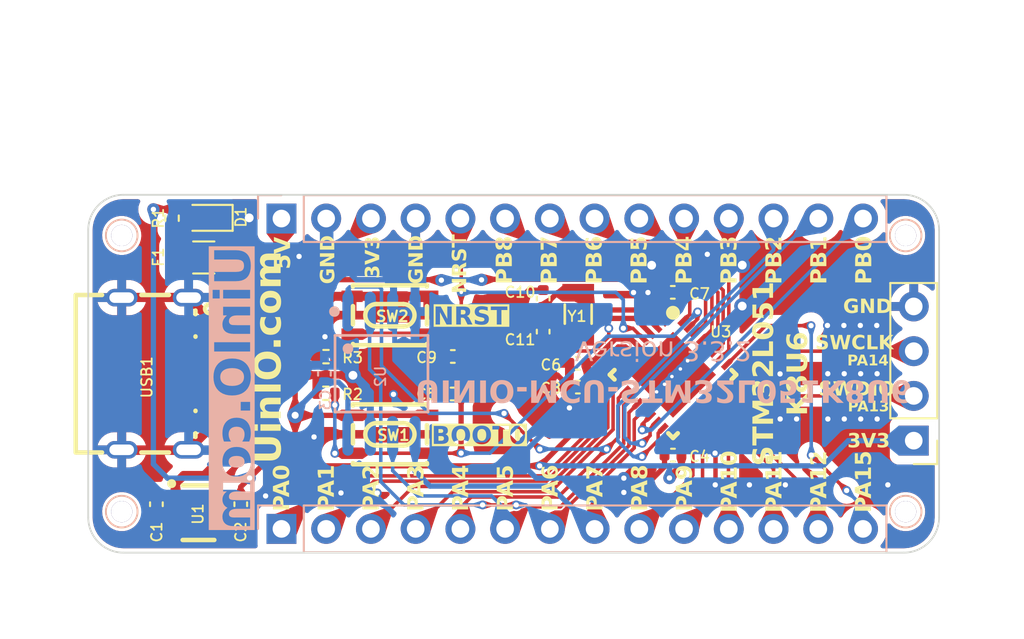
<source format=kicad_pcb>
(kicad_pcb (version 20221018) (generator pcbnew)
  (title_block (title "UINIO-MCU-STM32L051K8U6") (date "2024-04-18") (rev "Version 3.3.2") (company "UinIO.com 电子技术实验室"))
  (layers (0 "F.Cu" signal) (31 "B.Cu" signal) (34 "B.Paste" user) (35 "F.Paste" user) (36 "B.SilkS" user "B.Silkscreen") (37 "F.SilkS" user "F.Silkscreen") (38 "B.Mask" user) (39 "F.Mask" user) (44 "Edge.Cuts" user))
  (net 0 "")
  (net 1 "GND")
  (net 2 "/VDD_5V")
  (net 3 "/VDD_3.3V")
  (net 4 "/BOOT0")
  (net 5 "/NRST")
  (net 6 "Net-(U3-PC14-OSC_IN)")
  (net 7 "Net-(U3-PC15-OSC_OUT)")
  (net 8 "/PA0")
  (net 9 "/PA1")
  (net 10 "/PA2")
  (net 11 "/PA3")
  (net 12 "/PA4{slash}CS")
  (net 13 "/PA5{slash}SCLK")
  (net 14 "/PA6{slash}MISO")
  (net 15 "/PA7{slash}MOSI")
  (net 16 "/PA8")
  (net 17 "/PA9")
  (net 18 "/PA10")
  (net 19 "/PA15")
  (net 20 "/PA13{slash}SWDIO")
  (net 21 "/PA14{slash}SWCLK")
  (net 22 "/PB0")
  (net 23 "/PB1")
  (net 24 "/PB2")
  (net 25 "/PB3")
  (net 26 "/PB4")
  (net 27 "/PB5")
  (net 28 "/PB6")
  (net 29 "/PB7")
  (net 30 "/PB8")
  (net 31 "Net-(D1-A)")
  (net 34 "Net-(F1-Pad1)")
  (net 35 "/PA11")
  (net 36 "/PA12")
  (footprint "Resistor_SMD:R_0402_1005Metric" (layer "F.Cu") (at 139.12 102.74)
    (fp_text reference "R3")
    (fp_text value "10K")
  )
  (footprint "Capacitor_SMD:C_0402_1005Metric" (layer "F.Cu") (at 146.31 104.86)
    (fp_text reference "C5")
    (fp_text value "0.1uF")
  )
  (footprint "Fuse:Fuse_1206_3216Metric" (layer "F.Cu") (at 132.18 97.11)
    (fp_text reference "F1")
    (fp_text value "Polyfuse")
  )
  (footprint "Uinio:Hole-1mm" (layer "F.Cu") (at 127.52 95.86 180)
    (fp_text reference "Hole3" hide)
    (fp_text value "Hole-1mm")
  )
  (footprint "Capacitor_SMD:C_0402_1005Metric" (layer "F.Cu") (at 158.82 108.33 180)
    (fp_text reference "C4")
    (fp_text value "0.1uF")
  )
  (footprint "Uinio:UFQFPN-32_L5.0-W5.0-P0.50-BL-EP" (layer "F.Cu") (at 158.822853 103.767276 -135)
    (fp_text reference "U3")
    (fp_text value "STM32L051K8U6")
  )
  (footprint "Resistor_SMD:R_0402_1005Metric" (layer "F.Cu") (at 130.38 94.88 90)
    (fp_text reference "R1")
    (fp_text value "1K")
  )
  (footprint "Uinio:Hole-1mm" (layer "F.Cu") (at 172.03 111.54 180)
    (fp_text reference "Hole1" hide)
    (fp_text value "Hole-1mm")
  )
  (footprint "Connector_PinHeader_2.54mm:PinHeader_1x04_P2.54mm_Vertical" (layer "F.Cu") (at 172.49 107.51 180)
    (fp_text reference "J3" hide)
    (fp_text value "Conn_01x04_Pin")
  )
  (footprint "Capacitor_SMD:C_0402_1005Metric" (layer "F.Cu") (at 153.42 104.47)
    (fp_text reference "C8")
    (fp_text value "1uF")
  )
  (footprint "Capacitor_SMD:C_0402_1005Metric" (layer "F.Cu") (at 158.81 99.09 180)
    (fp_text reference "C7")
    (fp_text value "0.1uF")
  )
  (footprint "Uinio:USB-TYPEC-250-BRP6L68" (layer "F.Cu") (at 129.92 103.71 -90)
    (fp_text reference "USB1")
    (fp_text value "USB_Type_C_6Pin")
  )
  (footprint "Capacitor_SMD:C_0402_1005Metric" (layer "F.Cu") (at 146.32 102.73 180)
    (fp_text reference "C9")
    (fp_text value "0.1uF")
  )
  (footprint "Uinio:Hole-1mm" (layer "F.Cu") (at 172.03 95.86 180)
    (fp_text reference "Hole2" hide)
    (fp_text value "Hole-1mm")
  )
  (footprint "Uinio:KEY-SMD_4P-L4.2-W3.4-P2.15-LS4.7" (layer "F.Cu") (at 142.75 100.39)
    (fp_text reference "SW2")
    (fp_text value "复位按键\n")
  )
  (footprint "Resistor_SMD:R_0402_1005Metric" (layer "F.Cu") (at 139.11 104.82)
    (fp_text reference "R2")
    (fp_text value "10K")
  )
  (footprint "LED_SMD:LED_0603_1608Metric" (layer "F.Cu") (at 132.335 94.86 180)
    (fp_text reference "D1")
    (fp_text value "Red LED")
  )
  (footprint "Capacitor_SMD:C_0402_1005Metric" (layer "F.Cu") (at 134.28 111.12 90)
    (fp_text reference "C2")
    (fp_text value "1uF")
  )
  (footprint "Capacitor_SMD:C_0402_1005Metric" (layer "F.Cu") (at 153.42 103.12)
    (fp_text reference "C6")
    (fp_text value "0.1uF")
  )
  (footprint "Capacitor_SMD:C_0402_1005Metric" (layer "F.Cu") (at 151.45 101.32 90)
    (fp_text reference "C11")
    (fp_text value "6pF")
  )
  (footprint "Capacitor_SMD:C_0402_1005Metric" (layer "F.Cu") (at 151.45 99.44 -90)
    (fp_text reference "C10")
    (fp_text value "6pF")
  )
  (footprint "Capacitor_SMD:C_0402_1005Metric" (layer "F.Cu") (at 129.49 111.12 90)
    (fp_text reference "C1")
    (fp_text value "1uF")
  )
  (footprint "Uinio:Hole-1mm" (layer "F.Cu") (at 127.52 111.54 180)
    (fp_text reference "Hole4" hide)
    (fp_text value "Hole-1mm")
  )
  (footprint "Uinio:CRYSTAL-FC135-32.768" (layer "F.Cu") (at 153.44 100.36 90)
    (fp_text reference "Y1")
    (fp_text value "Crystal-FC135-32.768")
  )
  (footprint "Uinio:KEY-SMD_4P-L4.2-W3.4-P2.15-LS4.7" (layer "F.Cu") (at 142.75 107.15)
    (fp_text reference "SW1")
    (fp_text value "Boot选择按键\n")
  )
  (footprint "Uinio:SOT-23-5_L3.0-W1.7-P0.95-LS2.8-BR" (layer "F.Cu") (at 131.88 111.6 180)
    (fp_text reference "U1")
    (fp_text value "ME6211")
  )
  (footprint "Connector_PinHeader_2.54mm:PinHeader_1x14_P2.54mm_Vertical" (layer "B.Cu") (at 136.59 94.9 -90)
    (fp_text reference "J2" hide)
    (fp_text value "Conn_01x14_Pin")
  )
  (footprint "Uinio:SOIC-8_L5.3-W5.3-P1.27-LS8.0-BL" (layer "B.Cu") (at 142.27 103.71)
    (fp_text reference "U2")
    (fp_text value "W25Q128JVSSIQ")
  )
  (footprint "Capacitor_SMD:C_0402_1005Metric" (layer "B.Cu") (at 139.03 103.71 -90)
    (fp_text reference "C3")
    (fp_text value "0.1uF")
  )
  (footprint "Connector_PinHeader_2.54mm:PinHeader_1x14_P2.54mm_Vertical" (layer "B.Cu") (at 136.59 112.52 -90)
    (fp_text reference "J1" hide)
    (fp_text value "Conn_01x14_Pin")
  )
  (gr_arc (start 173.93 111.87) (mid 173.344214 113.284214) (end 171.93 113.87) (stroke (width 0.1)) (layer "Edge.Cuts"))
  (gr_arc (start 127.62 113.87) (mid 126.205786 113.284214) (end 125.62 111.87) (stroke (width 0.1)) (layer "Edge.Cuts"))
  (gr_arc (start 125.62 95.55) (mid 126.205786 94.135786) (end 127.62 93.55) (stroke (width 0.1)) (layer "Edge.Cuts"))
  (gr_line (start 173.93 95.55) (end 173.93 111.87) (stroke (width 0.1)) (layer "Edge.Cuts"))
  (gr_line (start 171.93 113.87) (end 127.62 113.87) (stroke (width 0.1)) (layer "Edge.Cuts"))
  (gr_line (start 127.62 93.55) (end 171.93 93.55) (stroke (width 0.1)) (layer "Edge.Cuts"))
  (gr_line (start 125.62 111.87) (end 125.62 95.55) (stroke (width 0.1)) (layer "Edge.Cuts"))
  (gr_arc (start 171.93 93.55) (mid 173.344214 94.135786) (end 173.93 95.55) (stroke (width 0.1)) (layer "Edge.Cuts"))
  (gr_text "UinIO.com" (at 135.15 96.441333 90) (layer "B.SilkS" knockout) (effects (font (size 2 2) (thickness 0.3) bold) (justify left bottom mirror)))
  (gr_text "UINIO-MCU-STM32L051K8U6" (at 158.28 104.61 180) (layer "B.SilkS") (effects (font (size 1.25 1.25) (thickness 0.2) bold) (justify mirror)))
  (gr_text "Version 3.3.2" (at 158.28 102.33 180) (layer "B.SilkS") (effects (font (size 1.1 1.1) (thickness 0.125)) (justify mirror)))
  (gr_text "PB6" (at 154.39891 97.260663 90) (layer "F.SilkS") (effects (font (size 0.9 0.9) (thickness 0.15) bold)))
  (gr_text "3V3" (at 169.93 107.56) (layer "F.SilkS") (effects (font (size 0.8 0.8) (thickness 0.1) bold)))
  (gr_text "PA4" (at 146.816152 110.2 90) (layer "F.SilkS") (effects (font (size 0.9 0.9) (thickness 0.15) bold)))
  (gr_text "GND" (at 169.87 99.93) (layer "F.SilkS") (effects (font (size 0.8 0.8) (thickness 0.1) bold)))
  (gr_text "PA0" (at 136.65 110.2 90) (layer "F.SilkS") (effects (font (size 0.9 0.9) (thickness 0.15) bold)))
  (gr_text "PA1" (at 139.191538 110.2 90) (layer "F.SilkS") (effects (font (size 0.9 0.9) (thickness 0.15) bold)))
  (gr_text "PA15" (at 169.69 109.838618 90) (layer "F.SilkS") (effects (font (size 0.9 0.9) (thickness 0.15) bold)))
  (gr_text "NRST" (at 146.745289 97.48 90) (layer "F.SilkS") (effects (font (size 0.8 0.8) (thickness 0.15) bold)))
  (gr_text "PA3" (at 144.274614 110.2 90) (layer "F.SilkS") (effects (font (size 0.9 0.9) (thickness 0.15) bold)))
  (gr_text "GND" (at 144.27693 97.231549 90) (layer "F.SilkS") (effects (font (size 0.8 0.8) (thickness 0.15) bold)))
  (gr_text "SWDIO" (at 169.25 104.62) (layer "F.SilkS") (effects (font (size 0.8 0.8) (thickness 0.1) bold)))
  (gr_text "PB1" (at 167.154945 97.260663 90) (layer "F.SilkS") (effects (font (size 0.9 0.9) (thickness 0.15) bold)))
  (gr_text "PA6" (at 151.899228 110.2 90) (layer "F.SilkS") (effects (font (size 0.9 0.9) (thickness 0.15) bold)))
  (gr_text "PB8\n" (at 149.296496 97.260663 90) (layer "F.SilkS") (effects (font (size 0.9 0.9) (thickness 0.15) bold)))
  (gr_text "PB2" (at 164.603738 97.260663 90) (layer "F.SilkS") (effects (font (size 0.9 0.9) (thickness 0.15) bold)))
  (gr_text "STM32L051\nK8U6" (at 164.99 103.71 90) (layer "F.SilkS") (effects (font (size 1.15 1.15) (thickness 0.2) bold)))
  (gr_text "5V" (at 136.706156 96.86455 90) (layer "F.SilkS") (effects (font (size 0.9 0.9) (thickness 0.15) bold)))
  (gr_text "NRST" (at 147.32 100.5) (layer "F.SilkS" knockout) (effects (font (size 1 1) (thickness 0.15) bold)))
  (gr_text "PA2" (at 141.733076 110.2 90) (layer "F.SilkS") (effects (font (size 0.9 0.9) (thickness 0.15) bold)))
  (gr_text "PA7" (at 154.440766 110.2 90) (layer "F.SilkS") (effects (font (size 0.9 0.9) (thickness 0.15) bold)))
  (gr_text "PB7" (at 151.847703 97.260663 90) (layer "F.SilkS") (effects (font (size 0.9 0.9) (thickness 0.15) bold)))
  (gr_text "3V3" (at 141.80857 97.099853 90) (layer "F.SilkS") (effects (font (size 0.8 0.8) (thickness 0.15) bold)))
  (gr_text "PA9" (at 159.523842 110.2 90) (layer "F.SilkS") (effects (font (size 0.9 0.9) (thickness 0.15) bold)))
  (gr_text "PB0" (at 169.706156 97.260663 90) (layer "F.SilkS") (effects (font (size 0.9 0.9) (thickness 0.15) bold)))
  (gr_text "PA11" (at 164.606918 109.838618 90) (layer "F.SilkS") (effects (font (size 0.9 0.9) (thickness 0.15) bold)))
  (gr_text "PA5" (at 149.35769 110.2 90) (layer "F.SilkS") (effects (font (size 0.9 0.9) (thickness 0.15) bold)))
  (gr_text "PA12" (at 167.148456 109.838618 90) (layer "F.SilkS") (effects (font (size 0.9 0.9) (thickness 0.15) bold)))
  (gr_text "PA13" (at 169.92 105.6) (layer "F.SilkS") (effects (font (size 0.6 0.6) (thickness 0.1) bold)))
  (gr_text "SWCLK" (at 169.12 101.99) (layer "F.SilkS") (effects (font (size 0.8 0.8) (thickness 0.1) bold)))
  (gr_text "PB3" (at 162.052531 97.260663 90) (layer "F.SilkS") (effects (font (size 0.9 0.9) (thickness 0.15) bold)))
  (gr_text "PB4" (at 159.501324 97.260663 90) (layer "F.SilkS") (effects (font (size 0.9 0.9) (thickness 0.15) bold)))
  (gr_text "BOOT0" (at 147.800523 107.28) (layer "F.SilkS" knockout) (effects (font (size 1 1) (thickness 0.15) bold)))
  (gr_text "PA8" (at 156.982304 110.2 90) (layer "F.SilkS") (effects (font (size 0.9 0.9) (thickness 0.15) bold)))
  (gr_text "PB5" (at 156.950117 97.260663 90) (layer "F.SilkS") (effects (font (size 0.9 0.9) (thickness 0.15) bold)))
  (gr_text "PA14" (at 169.89 102.99) (layer "F.SilkS") (effects (font (size 0.6 0.6) (thickness 0.1) bold)))
  (gr_text "GND" (at 139.257363 97.231549 90) (layer "F.SilkS") (effects (font (size 0.8 0.8) (thickness 0.15) bold)))
  (gr_text "UinIO.com" (at 136.8 108.83 90) (layer "F.SilkS") (effects (font (size 1.5 1.5) (thickness 0.3) bold) (justify left bottom)))
  (gr_text "PA10" (at 162.06538 109.838618 90) (layer "F.SilkS") (effects (font (size 0.9 0.9) (thickness 0.15) bold)))
  (segment (start 140.65 103.8) (end 145.75 103.8) (width 0.3) (layer "F.Cu") (net 1))
  (segment (start 152.07 102.42) (end 151.45 101.8) (width 0.2) (layer "F.Cu") (net 1))
  (segment (start 129.5 112.94) (end 129.5 111.61) (width 0.3) (layer "F.Cu") (net 1))
  (segment (start 138.6 104.28) (end 139.08 103.8) (width 0.3) (layer "F.Cu") (net 1))
  (segment (start 151.45 103.79) (end 150.18 103.79) (width 0.3) (layer "F.Cu") (net 1))
  (segment (start 132.32 100.4) (end 132.32 101) (width 0.5) (layer "F.Cu") (net 1))
  (segment (start 150.17 103.8) (end 145.75 103.8) (width 0.3) (layer "F.Cu") (net 1))
  (segment (start 157.69 109.64) (end 158.34 108.99) (width 0.3) (layer "F.Cu") (net 1))
  (segment (start 127.52 108.07) (end 127.52 99.43) (width 0.5) (layer "F.Cu") (net 1))
  (segment (start 155.174163 101.605837) (end 154.36 102.42) (width 0.2) (layer "F.Cu") (net 1))
  (segment (start 131.35 99.43) (end 132.32 100.4) (width 0.5) (layer "F.Cu") (net 1))
  (segment (start 155.174163 101.1305) (end 155.174163 101.605837) (width 0.2) (layer "F.Cu") (net 1))
  (segment (start 156.03 109.64) (end 157.69 109.64) (width 0.3) (layer "F.Cu") (net 1))
  (segment (start 132.32 107.02) (end 131.32 108.02) (width 0.5) (layer "F.Cu") (net 1))
  (segment (start 145.83 103.78) (end 145.83 104.86) (width 0.3) (layer "F.Cu") (net 1))
  (segment (start 129.63 99.37) (end 132.13 99.37) (width 0.5) (layer "F.Cu") (net 1))
  (segment (start 152.94 104.47) (end 152.26 103.79) (width 0.3) (layer "F.Cu") (net 1))
  (segment (start 157.61 97.55) (end 157.758541 97.55) (width 0.3) (layer "F.Cu") (net 1))
  (segment (start 139.05 101.6) (end 139.05 99.79) (width 0.5) (layer "F.Cu") (net 1))
  (segment (start 145.75 103.8) (end 145.8 103.75) (width 0.3) (layer "F.Cu") (net 1))
  (segment (start 134.76 94.86) (end 133.1225 94.86) (width 0.5) (layer "F.Cu") (net 1))
  (segment (start 145.8 103.75) (end 145.83 103.72) (width 0.3) (layer "F.Cu") (net 1))
  (segment (start 131.32 108.07) (end 127.52 108.07) (width 0.5) (layer "F.Cu") (net 1))
  (segment (start 140.6 99.315) (end 144.9 99.315) (width 0.5) (layer "F.Cu") (net 1))
  (segment (start 129.49 111.6) (end 130.58 111.6) (width 0.3) (layer "F.Cu") (net 1))
  (segment (start 139.06 101.61) (end 139.05 101.6) (width 0.5) (layer "F.Cu") (net 1))
  (segment (start 135.69 110.65) (end 134.75 111.59) (width 0.3) (layer "F.Cu") (net 1))
  (segment (start 134.28 111.6) (end 134.28 112.95) (width 0.3) (layer "F.Cu") (net 1))
  (segment (start 151.45 101.8) (end 150.59 101.8) (width 0.3) (layer "F.Cu") (net 1))
  (segment (start 152.94 104.47) (end 152.94 103.12) (width 0.3) (layer "F.Cu") (net 1))
  (segment (start 134.75 111.59) (end 134.21 111.59) (width 0.3) (layer "F.Cu") (net 1))
  (segment (start 129.99 113.43) (end 129.5 112.94) (width 0.3) (layer "F.Cu") (net 1))
  (segment (start 162.75 97.547204) (end 162.753602 97.543602) (width 0.3) (layer "F.Cu") (net 1))
  (segment (start 162.77 99.89) (end 172.49 99.89) (width 0.3) (layer "F.Cu") (net 1))
  (segment (start 152.26 103.79) (end 150.18 103.79) (width 0.3) (layer "F.Cu") (net 1))
  (segment (start 128.37 99.37) (end 129.63 99.37) (width 0.5) (layer "F.Cu") (net 1))
  (segment (start 150.29 99.31) (end 150.63 98.97) (width 0.3) (layer "F.Cu") (net 1))
  (segment (start 134.28 112.95) (end 133.8 113.43) (width 0.3) (layer "F.Cu") (net 1))
  (segment (start 145.8 103.75) (end 145.83 103.78) (width 0.3) (layer "F.Cu") (net 1))
  (segment (start 139.525 99.315) (end 140.6 99.315) (width 0.5) (layer "F.Cu") (net 1))
  (segment (start 151.45 101.8) (end 151.45 103.79) (width 0.3) (layer "F.Cu") (net 1))
  (segment (start 139.05 99.79) (end 139.525 99.315) (width 0.5) (layer "F.Cu") (net 1))
  (segment (start 145.83 103.72) (end 145.83 102.74) (width 0.3) (layer "F.Cu") (net 1))
  (segment (start 162.75 99.87) (end 162.75 97.547204) (width 0.3) (layer "F.Cu") (net 1))
  (segment (start 154.36 102.42) (end 152.07 102.42) (width 0.2) (layer "F.Cu") (net 1))
  (segment (start 139.08 103.8) (end 140.65 103.8) (width 0.3) (layer "F.Cu") (net 1))
  (segment (start 150.63 98.97) (end 151.44 98.97) (width 0.3) (layer "F.Cu") (net 1))
  (segment (start 152.94 105.65) (end 152.94 104.47) (width 0.3) (layer "F.Cu") (net 1))
  (segment (start 132.32 106.5) (end 132.32 107.02) (width 0.5) (layer "F.Cu") (net 1))
  (segment (start 138.6 104.82) (end 138.6 104.28) (width 0.3) (layer "F.Cu") (net 1))
  (segment (start 157.758541 97.55) (end 159.29 99.081459) (width 0.3) (layer "F.Cu") (net 1))
  (segment (start 162.75 99.87) (end 162.77 99.89) (width 0.3) (layer "F.Cu") (net 1))
  (segment (start 150.29 101.5) (end 150.29 99.31) (width 0.3) (layer "F.Cu") (net 1))
  (segment (start 150.59 101.8) (end 150.29 101.5) (width 0.3) (layer "F.Cu") (net 1))
  (segment (start 158.34 108.99) (end 158.34 108.33) (width 0.3) (layer "F.Cu") (net 1))
  (segment (start 133.8 113.43) (end 129.99 113.43) (width 0.3) (layer "F.Cu") (net 1))
  (segment (start 150.18 103.79) (end 150.17 103.8) (width 0.3) (layer "F.Cu") (net 1))
  (via (at 135.69 110.65) (size 0.7) (drill 0.3) (layers "F.Cu" "B.Cu") (remove_unused_layers) (zone_layer_connections "F.Cu" "B.Cu") (net 1))
  (via (at 142.03 110.48) (size 0.5) (drill 0.3) (layers "F.Cu" "B.Cu") (net 1))
  (via (at 164.9 103.72) (size 0.5) (drill 0.3) (layers "F.Cu" "B.Cu") (net 1))
  (via (at 156.03 109.64) (size 0.7) (drill 0.3) (layers "F.Cu" "B.Cu") (remove_unused_layers) (zone_layer_connections "F.Cu" "B.Cu") (net 1))
  (via (at 170.413334 106.28) (size 0.5) (drill 0.3) (layers "F.Cu" "B.Cu") (net 1))
  (via (at 167.61 103.71) (size 0.5) (drill 0.3) (layers "F.Cu" "B.Cu") (net 1))
  (via (at 165.2 110.02) (size 0.5) (drill 0.3) (layers "F.Cu" "B.Cu") (net 1))
  (via (at 168.543333 103.71) (size 0.5) (drill 0.3) (layers "F.Cu" "B.Cu") (net 1))
  (via (at 138.44 107.3) (size 0.5) (drill 0.3) (layers "F.Cu" "B.Cu") (net 1))
  (via (at 169.48 106.28) (size 0.5) (drill 0.3) (layers "F.Cu" "B.Cu") (net 1))
  (via (at 171.02 110.02) (size 0.5) (drill 0.3) (layers "F.Cu" "B.Cu") (net 1))
  (via (at 162.75 99.87) (size 0.9) (drill 0.5) (layers "F.Cu" "B.Cu") (remove_unused_layers) (zone_layer_connections "F.Cu" "B.Cu") (net 1))
  (via (at 140.65 103.8) (size 0.9) (drill 0.5) (layers "F.Cu" "B.Cu") (remove_unused_layers) (zone_layer_connections "F.Cu" "B.Cu") (net 1))
  (via (at 169.476666 103.71) (size 0.5) (drill 0.3) (layers "F.Cu" "B.Cu") (net 1))
  (via (at 155.174163 101.1305) (size 0.5) (drill 0.3) (layers "F.Cu" "B.Cu") (net 1))
  (via (at 167.613334 106.28) (size 0.5) (drill 0.3) (layers "F.Cu" "B.Cu") (net 1))
  (via (at 167.59 100.97) (size 0.5) (drill 0.3) (layers "F.Cu" "B.Cu") (net 1))
  (via (at 161.22 110.02) (size 0.5) (drill 0.3) (layers "F.Cu" "B.Cu") (net 1))
  (via (at 152.94 105.65) (size 0.7) (drill 0.3) (layers "F.Cu" "B.Cu") (remove_unused_layers) (zone_layer_connections "F.Cu" "B.Cu") (net 1))
  (via (at 156.58 99.1) (size 0.5) (drill 0.3) (layers "F.Cu" "B.Cu") (net 1))
  (via (at 165.84 106.28) (size 0.5) (drill 0.3) (layers "F.Cu" "B.Cu") (net 1))
  (via (at 164.906667 106.28) (size 0.5) (drill 0.3) (layers "F.Cu" "B.Cu") (net 1))
  (via (at 137.59 97.05) (size 0.5) (drill 0.3) (layers "F.Cu" "B.Cu") (net 1))
  (via (at 163.16 110.02) (size 0.5) (drill 0.3) (layers "F.Cu" "B.Cu") (net 1))
  (via (at 142.95 104.88) (size 0.5) (drill 0.3) (layers "F.Cu" "B.Cu") (net 1))
  (via (at 139.06 101.61) (size 0.7) (drill 0.3) (layers "F.Cu" "B.Cu") (net 1))
  (via (at 168.546667 106.28) (size 0.5) (drill 0.3) (layers "F.Cu" "B.Cu") (net 1))
  (via (at 134.76 94.86) (size 0.9) (drill 0.5) (layers "F.Cu" "B.Cu") (net 1))
  (via (at 170.39 100.97) (size 0.5) (drill 0.3) (layers "F.Cu" "B.Cu") (net 1))
  (via (at 158.34 104.31) (size 0.5) (drill 0.2) (layers "F.Cu" "B.Cu") (remove_unused_layers) (zone_layer_connections "F.Cu" "B.Cu") (net 1))
  (via (at 160.77 96.93) (size 0.5) (drill 0.3) (layers "F.Cu" "B.Cu") (net 1))
  (via (at 168.523333 100.97) (size 0.5) (drill 0.3) (layers "F.Cu" "B.Cu") (net 1))
  (via (at 169.456666 100.97) (size 0.5) (drill 0.3) (layers "F.Cu" "B.Cu") (net 1))
  (via (at 158.76 103.87) (size 0.5) (drill 0.2) (layers "F.Cu" "B.Cu") (remove_unused_layers) (zone_layer_connections "F.Cu" "B.Cu") (net 1))
  (via (at 159.65 102.98) (size 0.5) (drill 0.2) (layers "F.Cu" "B.Cu") (remove_unused_layers) (zone_layer_connections "F.Cu" "B.Cu") (net 1))
  (via (at 159.24 103.44) (size 0.5) (drill 0.2) (layers "F.Cu" "B.Cu") (remove_unused_layers) (zone_layer_connections "F.Cu" "B.Cu") (net 1))
  (via (at 170.41 103.71) (size 0.5) (drill 0.3) (layers "F.Cu" "B.Cu") (net 1))
  (via (at 157.61 97.55) (size 0.9) (drill 0.5) (layers "F.Cu" "B.Cu") (remove_unused_layers) (zone_layer_connections "F.Cu" "B.Cu") (net 1))
  (via (at 157.4 99.1) (size 0.5) (drill 0.3) (layers "F.Cu" "B.Cu") (net 1))
  (via (at 139.97 110.48) (size 0.5) (drill 0.3) (layers "F.Cu" "B.Cu") (net 1))
  (via (at 157.89 104.74) (size 0.5) (drill 0.2) (layers "F.Cu" "B.Cu") (remove_unused_layers) (zone_layer_connections "F.Cu" "B.Cu") (net 1))
  (via (at 156.03 110.45) (size 0.5) (drill 0.3) (layers "F.Cu" "B.Cu") (net 1))
  (via (at 162.753602 97.543602) (size 0.9) (drill 0.5) (layers "F.Cu" "B.Cu") (remove_unused_layers) (zone_layer_connections "F.Cu" "B.Cu") (net 1))
  (via (at 161.21 108.22) (size 0.5) (drill 0.3) (layers "F.Cu" "B.Cu") (net 1))
  (segment (start 139.39 96.92) (end 139.39 95.38) (width 0.3) (layer "B.Cu") (net 1))
  (segment (start 140.29 97.52) (end 143.97 97.52) (width 0.3) (layer "B.Cu") (net 1))
  (segment (start 162.75 99.88) (end 159.65 102.98) (width 0.4) (layer "B.Cu") (net 1))
  (segment (start 138.23 103.23) (end 135.655 105.805) (width 0.5) (layer "B.Cu") (net 1))
  (segment (start 162.75 97.54) (end 157.62 97.54) (width 0.3) (layer "B.Cu") (net 1))
  (segment (start 135.655 105.805) (end 133.625 107.835) (width 0.5) (layer "B.Cu") (net 1))
  (segment (start 157.62 97.54) (end 157.61 97.55) (width 0.3) (layer "B.Cu") (net 1))
  (segment (start 139.06 102.21) (end 140.65 103.8) (width 0.5) (layer "B.Cu") (net 1))
  (segment (start 151.06 109.64) (end 156.03 109.64) (width 0.3) (layer "B.Cu") (net 1))
  (segment (start 142.905 100.27) (end 142.905 98.775) (width 0.3) (layer "B.Cu") (net 1))
  (segment (start 139.06 101.61) (end 139.06 102.21) (width 0.5) (layer "B.Cu") (net 1))
  (segment (start 141.635 107.33) (end 141.635 104.765) (width 0.4) (layer "B.Cu") (net 1))
  (segment (start 157.89 104.74) (end 159.65 102.98) (width 0.4) (layer "B.Cu") (net 1))
  (segment (start 152.892893 105.65) (end 150.56 107.982893) (width 0.3) (layer "B.Cu") (net 1))
  (segment (start 144.175 98.765) (end 143.35 97.94) (width 0.3) (layer "B.Cu") (net 1))
  (segment (start 131.32 98.3) (end 131.32 99.43) (width 0.5) (layer "B.Cu") (net 1))
  (segment (start 162.753602 97.543602) (end 162.75 97.54) (width 0.3) (layer "B.Cu") (net 1))
  (segment (start 140.08 103.23) (end 138.23 103.23) (width 0.5) (layer "B.Cu") (net 1))
  (segment (start 144.15 97.52) (end 144.22 97.45) (width 0.3) (layer "B.Cu") (net 1))
  (segment (start 150.56 107.982893) (end 150.56 109.14) (width 0.3) (layer "B.Cu") (net 1))
  (segment (start 140.84 98.37) (end 139.25 96.78) (width 0.3) (layer "B.Cu") (net 1))
  (segment (start 136.43 99.37) (end 139.02 96.78) (width 0.5) (layer "B.Cu") (net 1))
  (segment (start 140.41 97.94) (end 139.39 96.92) (width 0.3) (layer "B.Cu") (net 1))
  (segment (start 144.18 97.55) (end 144.15 97.52) (width 0.3) (layer "B.Cu") (net 1))
  (segment (start 152.94 105.65) (end 152.892893 105.65) (width 0.3) (layer "B.Cu") (net 1))
  (segment (start 144.22 97.45) (end 144.22 94.98) (width 0.3) (layer "B.Cu") (net 1))
  (segment (start 134.76 94.86) (end 131.32 98.3) (width 0.5) (layer "B.Cu") (net 1))
  (segment (start 133.625 107.835) (end 133.39 108.07) (width 0.5) (layer "B.Cu") (net 1))
  (segment (start 139.25 96.78) (end 139.25 94.98) (width 0.3) (layer "B.Cu") (net 1))
  (segment (start 132.17 99.37) (end 136.43 99.37) (width 0.5) (layer "B.Cu") (net 1))
  (segment (start 135.69 110.65) (end 135.69 105.84) (width 0.3) (layer "B.Cu") (net 1))
  (segment (start 139.02 96.78) (end 139.02 95.1) (width 0.5) (layer "B.Cu") (net 1))
  (segment (start 133.39 108.07) (end 131.32 108.07) (width 0.5) (layer "B.Cu") (net 1))
  (segment (start 140.67 103.8) (end 140.65 103.8) (width 0.4) (layer "B.Cu") (net 1))
  (segment (start 143.35 97.94) (end 140.41 97.94) (width 0.3) (layer "B.Cu") (net 1))
  (segment (start 162.75 99.87) (end 162.75 99.88) (width 0.4) (layer "B.Cu") (net 1))
  (segment (start 144.15 97.52) (end 143.97 97.52) (width 0.3) (layer "B.Cu") (net 1))
  (segment (start 135.69 105.84) (end 135.655 105.805) (width 0.3) (layer "B.Cu") (net 1))
  (segment (start 139.14 95.22) (end 139.14 96.37) (width 0.3) (layer "B.Cu") (net 1))
  (segment (start 144.175 100.27) (end 144.175 98.765) (width 0.3) (layer "B.Cu") (net 1))
  (segment (start 150.56 109.14) (end 151.06 109.64) (width 0.3) (layer "B.Cu") (net 1))
  (segment (start 142.5 98.37) (end 140.84 98.37) (width 0.3) (layer "B.Cu") (net 1))
  (segment (start 142.905 98.775) (end 142.5 98.37) (width 0.3) (layer "B.Cu") (net 1))
  (segment (start 139.14 96.37) (end 140.29 97.52) (width 0.3) (layer "B.Cu") (net 1))
  (segment (start 141.635 104.765) (end 140.67 103.8) (width 0.4) (layer "B.Cu") (net 1))
  (segment (start 140.65 103.8) (end 140.08 103.23) (width 0.5) (layer "B.Cu") (net 1))
  (segment (start 157.61 97.55) (end 144.18 97.55) (width 0.3) (layer "B.Cu") (net 1))
  (segment (start 132.21 109.48) (end 134.96 106.73) (width 0.5) (layer "F.Cu") (net 2))
  (segment (start 133.66 97.08) (end 135.79 97.08) (width 0.5) (layer "F.Cu") (net 2))
  (segment (start 130.574 110.644) (end 129.264 110.644) (width 0.5) (layer "F.Cu") (net 2))
  (segment (start 130.58 112.55) (end 131.582 112.55) (width 0.5) (layer "F.Cu") (net 2))
  (segment (start 134.96 97.11) (end 133.68 97.11) (width 0.5) (layer "F.Cu") (net 2))
  (segment (start 131.04 109.48) (end 132.21 109.48) (width 0.5) (layer "F.Cu") (net 2))
  (segment (start 130.58 110.65) (end 130.58 109.94) (width 0.5) (layer "F.Cu") (net 2))
  (segment (start 131.9 111.02) (end 131.53 110.65) (width 0.5) (layer "F.Cu") (net 2))
  (segment (start 135.79 97.08) (end 136.59 96.28) (width 0.5) (layer "F.Cu") (net 2))
  (segment (start 130.58 109.94) (end 131.04 109.48) (width 0.5) (layer "F.Cu") (net 2))
  (segment (start 131.582 112.55) (end 131.9 112.232) (width 0.5) (layer "F.Cu") (net 2))
  (segment (start 134.96 106.73) (end 134.96 97.11) (width 0.5) (layer "F.Cu") (net 2))
  (segment (start 131.9 112.232) (end 131.9 111.02) (width 0.5) (layer "F.Cu") (net 2))
  (segment (start 136.59 96.28) (end 136.59 94.9) (width 0.5) (layer "F.Cu") (net 2))
  (segment (start 131.53 110.65) (end 130.58 110.65) (width 0.5) (layer "F.Cu") (net 2))
  (segment (start 155.544974 101.74) (end 156.442024 101.74) (width 0.3) (layer "F.Cu") (net 3))
  (segment (start 137.492 102.74) (end 137.368 102.616) (width 0.2) (layer "F.Cu") (net 3))
  (segment (start 133.186 110.644) (end 134.186 110.644) (width 0.3) (layer "F.Cu") (net 3))
  (segment (start 158.62 109.63) (end 159.3 108.95) (width 0.3) (layer "F.Cu") (net 3))
  (segment (start 145.64 98.37) (end 138.15 98.37) (width 0.3) (layer "F.Cu") (net 3))
  (segment (start 138.15 98.36) (end 141.61 94.9) (width 0.3) (layer "F.Cu") (net 3))
  (segment (start 138.61 102.74) (end 137.492 102.74) (width 0.2) (layer "F.Cu") (net 3))
  (segment (start 137.368 106.07) (end 137.373 106.075) (width 0.15) (layer "F.Cu") (net 3))
  (segment (start 135.59 108.94) (end 135.533 108.883) (width 0.15) (layer "F.Cu") (net 3))
  (segment (start 134.28 110.64) (end 134.28 110.136) (width 0.3) (layer "F.Cu") (net 3))
  (segment (start 137.368 102.616) (end 137.368 99.142) (width 0.3) (layer "F.Cu") (net 3))
  (segment (start 159.3 108.95) (end 159.3 108.33) (width 0.3) (layer "F.Cu") (net 3))
  (segment (start 153.9 103.12) (end 154.164974 103.12) (width 0.3) (layer "F.Cu") (net 3))
  (segment (start 135.278 109.138) (end 135.533 108.883) (width 0.3) (layer "F.Cu") (net 3))
  (segment (start 137.368 99.142) (end 138.36 98.15) (width 0.3) (layer "F.Cu") (net 3))
  (segment (start 158.33 100.668027) (end 158.264239 100.733788) (width 0.3) (layer "F.Cu") (net 3))
  (segment (start 135.406 109.01) (end 135.278 109.138) (width 0.15) (layer "F.Cu") (net 3))
  (segment (start 158.33 99.09) (end 158.33 100.668027) (width 0.3) (layer "F.Cu") (net 3))
  (segment (start 147.9805 98.35) (end 157.598541 98.35) (width 0.3) (layer "F.Cu") (net 3))
  (segment (start 130.38 94.37) (end 129.33 94.37) (width 0.3) (layer "F.Cu") (net 3))
  (segment (start 158.264239 100.775181) (end 158.34 100.69942) (width 0.3) (layer "F.Cu") (net 3))
  (segment (start 129.33 94.37) (end 129.32 94.38) (width 0.3) (layer "F.Cu") (net 3))
  (segment (start 137.368 106.07) (end 137.368 102.616) (width 0.3) (layer "F.Cu") (net 3))
  (segment (start 137.373 106.075) (end 140.6 106.075) (width 0.3) (layer "F.Cu") (net 3))
  (segment (start 138.15 98.37) (end 138.15 98.36) (width 0.3) (layer "F.Cu") (net 3))
  (segment (start 156.442024 101.74) (end 156.850025 102.148001) (width 0.3) (layer "F.Cu") (net 3))
  (segment (start 137.368 106.07) (end 137.368 107.048) (width 0.3) (layer "F.Cu") (net 3))
  (segment (start 151.25 108.94) (end 151.27 108.94) (width 0.15) (layer "F.Cu") (net 3))
  (segment (start 134.28 110.136) (end 135.278 109.138) (width 0.3) (layer "F.Cu") (net 3))
  (segment (start 157.598541 98.35) (end 158.33 99.081459) (width 0.3) (layer "F.Cu") (net 3))
  (segment (start 144.9 106.075) (end 140.6 106.075) (width 0.3) (layer "F.Cu") (net 3))
  (segment (start 145.67 98.4) (end 145.64 98.37) (width 0.15) (layer "F.Cu") (net 3))
  (segment (start 159.3 108.33) (end 159.3 106.882231) (width 0.3) (layer "F.Cu") (net 3))
  (segment (start 153.9 104.47) (end 153.9 103.12) (width 0.3) (layer "F.Cu") (net 3))
  (segment (start 153.9 106.31) (end 153.9 104.47) (width 0.3) (layer "F.Cu") (net 3))
  (segment (start 154.164974 103.12) (end 155.544974 101.74) (width 0.3) (layer "F.Cu") (net 3))
  (segment (start 151.25 108.94) (end 135.59 108.94) (width 0.3) (layer "F.Cu") (net 3))
  (segment (start 151.27 108.94) (end 153.9 106.31) (width 0.3) (layer "F.Cu") (net 3))
  (segment (start 147.95 98.3805) (end 147.9805 98.35) (width 0.15) (layer "F.Cu") (net 3))
  (segment (start 137.368 107.048) (end 135.533 108.883) (width 0.3) (layer "F.Cu") (net 3))
  (segment (start 159.3 106.882231) (end 159.381467 106.800764) (width 0.3) (layer "F.Cu") (net 3))
  (via (at 134.783 109.633) (size 0.7) (drill 0.3) (layers "F.Cu" "B.Cu") (net 3))
  (via (at 151.25 108.94) (size 0.5) (drill 0.3) (layers "F.Cu" "B.Cu") (remove_unused_layers) (zone_layer_connections "F.Cu" "B.Cu") (net 3))
  (via (at 147.95 98.3805) (size 0.7) (drill 0.3) (layers "F.Cu" "B.Cu") (remove_unused_layers) (zone_layer_connections "F.Cu" "B.Cu") (net 3))
  (via (at 137.368 106.07) (size 0.9) (drill 0.4) (layers "F.Cu" "B.Cu") (remove_unused_layers) (zone_layer_connections "F.Cu" "B.Cu") (net 3))
  (via (at 158.62 109.63) (size 0.7) (drill 0.3) (layers "F.Cu" "B.Cu") (remove_unused_layers) (zone_layer_connections "F.Cu" "B.Cu") (net 3))
  (via (at 145.67 98.4) (size 0.7) (drill 0.3) (layers "F.Cu" "B.Cu") (remove_unused_layers) (zone_layer_connections "F.Cu" "B.Cu") (net 3))
  (via (at 129.32 94.38) (size 0.7) (drill 0.3) (layers "F.Cu" "B.Cu") (net 3))
  (segment (start 158.62 109.63) (end 158.62 108.94) (width 0.3) (layer "B.Cu") (net 3))
  (segment (start 139.03 104.19) (end 139.83 104.19) (width 0.3) (layer "B.Cu") (net 3))
  (segment (start 168.77 107.51) (end 167.34 108.94) (width 0.3) (layer "B.Cu") (net 3))
  (segment (start 137.368 106.07) (end 137.368 105.832) (width 0.3) (layer "B.Cu") (net 3))
  (segment (start 172.49 107.51) (end 168.77 107.51) (width 0.3) (layer "B.Cu") (net 3))
  (segment (start 134.783 109.633) (end 134.776 109.64) (width 0.3) (layer "B.Cu") (net 3))
  (segment (start 158.62 108.94) (end 167.34 108.94) (width 0.3) (layer "B.Cu") (net 3))
  (segment (start 145.6895 98.3805) (end 145.67 98.4) (width 0.15) (layer "B.Cu") (net 3))
  (segment (start 129.32 108.84) (end 129.32 94.38) (width 0.3) (layer "B.Cu") (net 3))
  (segment (start 140.365 104.725) (end 140.365 107.24) (width 0.3) (layer "B.Cu") (net 3))
  (segment (start 130.12 109.64) (end 129.32 108.84) (width 0.3) (layer "B.Cu") (net 3))
  (segment (start 151.25 108.94) (end 158.62 108.94) (width 0.3) (layer "B.Cu") (net 3))
  (segment (start 147.95 98.3805) (end 145.6895 98.3805) (width 0.3) (layer "B.Cu") (net 3))
  (segment (start 139.83 104.19) (end 140.365 104.725) (width 0.3) (layer "B.Cu") (net 3))
  (segment (start 137.368 105.832) (end 139.01 104.19) (width 0.3) (layer "B.Cu") (net 3))
  (segment (start 134.776 109.64) (end 130.12 109.64) (width 0.3) (layer "B.Cu") (net 3))
  (segment (start 146.79 108.22) (end 146.79 104.86) (width 0.3) (layer "F.Cu") (net 4))
  (segment (start 160.222853 100.599509) (end 159.735021 101.087341) (width 0.2) (layer "F.Cu") (net 4))
  (segment (start 139.62 105.49) (end 139.62 104.82) (width 0.2) (layer "F.Cu") (net 4))
  (segment (start 139.625 108.225) (end 139.62 108.23) (width 0.2) (layer "F.Cu") (net 4))
  (segment (start 146.79 108.22) (end 146.785 108.225) (width 0.2) (layer "F.Cu") (net 4))
  (segment (start 160.222853 100.2) (end 160.222853 100.599509) (width 0.2) (layer "F.Cu") (net 4))
  (segment (start 140.6 108.225) (end 139.625 108.225) (width 0.2) (layer "F.Cu") (net 4))
  (segment (start 144.9 108.225) (end 140.6 108.225) (width 0.2) (layer "F.Cu") (net 4))
  (segment (start 146.785 108.225) (end 144.9 108.225) (width 0.2) (layer "F.Cu") (net 4))
  (via (at 160.222853 100.2) (size 0.5) (drill 0.3) (layers "F.Cu" "B.Cu") (remove_unused_layers) (zone_layer_connections "F.Cu" "B.Cu") (net 4))
  (via (at 139.62 105.49) (size 0.5) (drill 0.3) (layers "F.Cu" "B.Cu") (net 4))
  (via (at 139.62 108.23) (size 0.5) (drill 0.3) (layers "F.Cu" "B.Cu") (net 4))
  (via (at 146.79 108.22) (size 0.5) (drill 0.3) (layers "F.Cu" "B.Cu") (remove_unused_layers) (zone_layer_connections "F.Cu" "B.Cu") (net 4))
  (segment (start 155.084974 101.58) (end 158.85 101.58) (width 0.2) (layer "B.Cu") (net 4))
  (segment (start 146.79 108.22) (end 148.43 108.22) (width 0.2) (layer "B.Cu") (net 4))
  (segment (start 148.43 108.22) (end 152.54 104.11) (width 0.2) (layer "B.Cu") (net 4))
  (segment (start 152.54 104.11) (end 152.554974 104.11) (width 0.2) (layer "B.Cu") (net 4))
  (segment (start 152.554974 104.11) (end 155.084974 101.58) (width 0.2) (layer "B.Cu") (net 4))
  (segment (start 158.85 101.58) (end 160.222853 100.207147) (width 0.2) (layer "B.Cu") (net 4))
  (segment (start 160.222853 100.207147) (end 160.222853 100.2) (width 0.2) (layer "B.Cu") (net 4))
  (segment (start 139.62 108.23) (end 139.62 105.49) (width 0.2) (layer "B.Cu") (net 4))
  (segment (start 140.6 101.465) (end 140.6 101.77) (width 0.3) (layer "F.Cu") (net 5))
  (segment (start 144.9 101.465) (end 140.6 101.465) (width 0.3) (layer "F.Cu") (net 5))
  (segment (start 146.8 102.73) (end 146.8 101.42) (width 0.2) (layer "F.Cu") (net 5))
  (segment (start 146.755 101.465) (end 144.9 101.465) (width 0.2) (layer "F.Cu") (net 5))
  (segment (start 140.6 101.77) (end 139.63 102.74) (width 0.3) (layer "F.Cu") (net 5))
  (segment (start 146.8 99.09) (end 146.8 94.95) (width 0.2) (layer "F.Cu") (net 5))
  (segment (start 156.5405 101.1305) (end 157.203578 101.793578) (width 0.2) (layer "F.Cu") (net 5))
  (segment (start 156 101.1305) (end 156.5405 101.1305) (width 0.2) (layer "F.Cu") (net 5))
  (segment (start 146.8 101.42) (end 146.8 99.09) (width 0.2) (layer "F.Cu") (net 5))
  (via (at 156 101.1305) (size 0.5) (drill 0.3) (layers "F.Cu" "B.Cu") (remove_unused_layers) (zone_layer_connections "F.Cu" "B.Cu") (net 5))
  (via (at 146.8 99.09) (size 0.5) (drill 0.2) (layers "F.Cu" "B.Cu") (remove_unused_layers) (zone_layer_connections "F.Cu" "B.Cu") (net 5))
  (segment (start 156 99.51) (end 155.58 99.09) (width 0.2) (layer "B.Cu") (net 5))
  (segment (start 156 101.1305) (end 156 99.51) (width 0.2) (layer "B.Cu") (net 5))
  (segment (start 155.58 99.09) (end 146.8 99.09) (width 0.2) (layer "B.Cu") (net 5))
  (segment (start 153.44 99.11) (end 152.26 99.11) (width 0.3) (layer "F.Cu") (net 6))
  (segment (start 152.26 99.11) (end 151.45 99.92) (width 0.3) (layer "F.Cu") (net 6))
  (segment (start 156.913344 100.09) (end 157.910685 101.087341) (width 0.3) (layer "F.Cu") (net 6))
  (segment (start 154.42 100.09) (end 156.913344 100.09) (width 0.3) (layer "F.Cu") (net 6))
  (segment (start 153.44 99.11) (end 154.42 100.09) (width 0.3) (layer "F.Cu") (net 6))
  (segment (start 153.44 101.61) (end 154.48 100.57) (width 0.3) (layer "F.Cu") (net 7))
  (segment (start 154.48 100.57) (end 156.686237 100.57) (width 0.3) (layer "F.Cu") (net 7))
  (segment (start 153.44 101.61) (end 152.22 101.61) (width 0.3) (layer "F.Cu") (net 7))
  (segment (start 156.686237 100.57) (end 157.557132 101.440895) (width 0.3) (layer "F.Cu") (net 7))
  (segment (start 152.22 101.61) (end 151.45 100.84) (width 0.3) (layer "F.Cu") (net 7))
  (segment (start 136.59 112.52) (end 139.6 109.51) (width 0.2) (layer "F.Cu") (net 8))
  (segment (start 151.517208 109.51) (end 154.52 106.507208) (width 0.2) (layer "F.Cu") (net 8))
  (segment (start 156.134917 102.14) (end 156.496472 102.501555) (width 0.2) (layer "F.Cu") (net 8))
  (segment (start 155.695736 102.14) (end 156.134917 102.14) (width 0.2) (layer "F.Cu") (net 8))
  (segment (start 154.52 106.507208) (end 154.52 103.315736) (width 0.2) (layer "F.Cu") (net 8))
  (segment (start 139.6 109.51) (end 151.517208 109.51) (width 0.2) (layer "F.Cu") (net 8))
  (segment (start 154.52 103.315736) (end 155.695736 102.14) (width 0.2) (layer "F.Cu") (net 8))
  (segment (start 156.142918 102.855108) (end 155.84781 102.56) (width 0.2) (layer "F.Cu") (net 9))
  (segment (start 155.84781 102.56) (end 155.7 102.56) (width 0.2) (layer "F.Cu") (net 9))
  (segment (start 141.84 109.81) (end 139.13 112.52) (width 0.2) (layer "F.Cu") (net 9))
  (segment (start 154.82 103.44) (end 154.82 106.631472) (width 0.2) (layer "F.Cu") (net 9))
  (segment (start 154.82 106.631472) (end 151.641472 109.81) (width 0.2) (layer "F.Cu") (net 9))
  (segment (start 155.7 102.56) (end 154.82 103.44) (width 0.2) (layer "F.Cu") (net 9))
  (segment (start 151.641472 109.81) (end 141.84 109.81) (width 0.2) (layer "F.Cu") (net 9))
  (segment (start 151.765736 110.11) (end 144.08 110.11) (width 0.2) (layer "F.Cu") (net 10))
  (segment (start 144.08 110.11) (end 141.67 112.52) (width 0.2) (layer "F.Cu") (net 10))
  (segment (start 155.12 106.755736) (end 151.765736 110.11) (width 0.2) (layer "F.Cu") (net 10))
  (segment (start 155.789365 103.208662) (end 155.12 103.878027) (width 0.2) (layer "F.Cu") (net 10))
  (segment (start 155.12 103.878027) (end 155.12 106.755736) (width 0.2) (layer "F.Cu") (net 10))
  (segment (start 155.42 106.88) (end 151.89 110.41) (width 0.2) (layer "F.Cu") (net 11))
  (segment (start 155.789365 104.32589) (end 155.42 104.695255) (width 0.2) (layer "F.Cu") (net 11))
  (segment (start 146.32 110.41) (end 144.21 112.52) (width 0.2) (layer "F.Cu") (net 11))
  (segment (start 155.42 104.695255) (end 155.42 106.88) (width 0.2) (layer "F.Cu") (net 11))
  (segment (start 151.89 110.41) (end 146.32 110.41) (width 0.2) (layer "F.Cu") (net 11))
  (segment (start 146.75 111.32) (end 146.75 112.52) (width 0.2) (layer "F.Cu") (net 12))
  (segment (start 155.0505 107.990023) (end 155.72 107.320523) (width 0.2) (layer "F.Cu") (net 12))
  (segment (start 155.019977 107.990023) (end 152.3 110.71) (width 0.2) (layer "F.Cu") (net 12))
  (segment (start 155.0505 107.990023) (end 155.019977 107.990023) (width 0.2) (layer "F.Cu") (net 12))
  (segment (start 155.72 107.320523) (end 155.72 105.102362) (width 0.2) (layer "F.Cu") (net 12))
  (segment (start 149.23 105.96) (end 151.26 107.99) (width 0.2) (layer "F.Cu") (net 12))
  (segment (start 147.36 110.71) (end 146.75 111.32) (width 0.2) (layer "F.Cu") (net 12))
  (segment (start 155.72 105.102362) (end 156.142918 104.679444) (width 0.2) (layer "F.Cu") (net 12))
  (segment (start 152.3 110.71) (end 147.36 110.71) (width 0.2) (layer "F.Cu") (net 12))
  (via (at 149.23 105.96) (size 0.5) (drill 0.3) (layers "F.Cu" "B.Cu") (remove_unused_layers) (zone_layer_connections "F.Cu" "B.Cu") (net 12))
  (via (at 151.26 107.99) (size 0.5) (drill 0.3) (layers "F.Cu" "B.Cu") (remove_unused_layers) (zone_layer_connections "F.Cu" "B.Cu") (net 12))
  (via (at 155.0505 107.990023) (size 0.5) (drill 0.3) (layers "F.Cu" "B.Cu") (remove_unused_layers) (zone_layer_connections "F.Cu" "B.Cu") (net 12))
  (segment (start 142.27 98.91) (end 142.14 98.78) (width 0.2) (layer "B.Cu") (net 12))
  (segment (start 142.14 98.78) (end 140.46 98.78) (width 0.2) (layer "B.Cu") (net 12))
  (segment (start 140.325 98.915) (end 140.325 99.925) (width 0.2) (layer "B.Cu") (net 12))
  (segment (start 140.46 98.78) (end 140.325 98.915) (width 0.2) (layer "B.Cu") (net 12))
  (segment (start 144.98 105.96) (end 142.27 103.25) (width 0.2) (layer "B.Cu") (net 12))
  (segment (start 155.050477 107.99) (end 155.0505 107.990023) (width 0.2) (layer "B.Cu") (net 12))
  (segment (start 149.23 105.96) (end 144.98 105.96) (width 0.2) (layer "B.Cu") (net 12))
  (segment (start 151.26 107.99) (end 155.050477 107.99) (width 0.2) (layer "B.Cu") (net 12))
  (segment (start 142.27 103.25) (end 142.27 98.91) (width 0.2) (layer "B.Cu") (net 12))
  (segment (start 150.625 111.27) (end 149.375 112.52) (width 0.2) (layer "F.Cu") (net 13))
  (segment (start 150.625 111.27) (end 152.425736 111.27) (width 0.2) (layer "F.Cu") (net 13))
  (segment (start 152.425736 111.27) (end 156.02 107.675736) (width 0.2) (layer "F.Cu") (net 13))
  (segment (start 156.02 105.509469) (end 156.496472 105.032997) (width 0.2) (layer "F.Cu") (net 13))
  (segment (start 156.02 107.675736) (end 156.02 105.509469) (width 0.2) (layer "F.Cu") (net 13))
  (segment (start 142.905 107.33) (end 142.905 109.215) (width 0.2) (layer "B.Cu") (net 13))
  (segment (start 144.34 110.65) (end 148.52 110.65) (width 0.2) (layer "B.Cu") (net 13))
  (segment (start 149.29 111.42) (end 149.29 112.6) (width 0.2) (layer "B.Cu") (net 13))
  (segment (start 142.905 109.215) (end 144.34 110.65) (width 0.2) (layer "B.Cu") (net 13))
  (segment (start 148.52 110.65) (end 149.29 111.42) (width 0.2) (layer "B.Cu") (net 13))
  (segment (start 156.32 107.8) (end 156.32 105.916576) (width 0.2) (layer "F.Cu") (net 14))
  (segment (start 156.32 107.8) (end 151.83 112.29) (width 0.2) (layer "F.Cu") (net 14))
  (segment (start 149.9195 111.16) (end 148.01 111.16) (width 0.2) (layer "F.Cu") (net 14))
  (segment (start 156.32 105.916576) (end 156.850025 105.386551) (width 0.2) (layer "F.Cu") (net 14))
  (via (at 149.9195 111.16) (size 0.5) (drill 0.3) (layers "F.Cu" "B.Cu") (net 14))
  (via (at 148.01 111.16) (size 0.5) (drill 0.3) (layers "F.Cu" "B.Cu") (net 14))
  (segment (start 143.55 111.16) (end 142.23 109.84) (width 0.2) (layer "B.Cu") (net 14))
  (segment (start 142.23 104.1) (end 141.595 103.465) (width 0.2) (layer "B.Cu") (net 14))
  (segment (start 141.595 103.465) (end 141.595 100.31) (width 0.2) (layer "B.Cu") (net 14))
  (segment (start 150.47 111.16) (end 151.83 112.52) (width 0.2) (layer "B.Cu") (net 14))
  (segment (start 149.9195 111.16) (end 150.47 111.16) (width 0.2) (layer "B.Cu") (net 14))
  (segment (start 142.23 109.84) (end 142.23 104.1) (width 0.2) (layer "B.Cu") (net 14))
  (segment (start 148.01 111.16) (end 143.55 111.16) (width 0.2) (layer "B.Cu") (net 14))
  (segment (start 156.62 107.924264) (end 154.37 110.174264) (width 0.2) (layer "F.Cu") (net 15))
  (segment (start 157.203578 105.740104) (end 156.62 106.323682) (width 0.2) (layer "F.Cu") (net 15))
  (segment (start 156.62 106.323682) (end 156.62 107.924264) (width 0.2) (layer "F.Cu") (net 15))
  (segment (start 154.37 110.174264) (end 154.37 112.52) (width 0.2) (layer "F.Cu") (net 15))
  (segment (start 151.86 110.09) (end 154.37 112.6) (width 0.3) (layer "B.Cu") (net 15))
  (segment (start 145.02 110.09) (end 151.86 110.09) (width 0.3) (layer "B.Cu") (net 15))
  (segment (start 144.175 109.245) (end 145.02 110.09) (width 0.3) (layer "B.Cu") (net 15))
  (segment (start 144.175 107.33) (end 144.175 109.245) (width 0.3) (layer "B.Cu") (net 15))
  (segment (start 159.95 109.48) (end 159.95 106.66219) (width 0.2) (layer "F.Cu") (net 16))
  (segment (start 156.91 112.52) (end 159.95 109.48) (width 0.2) (layer "F.Cu") (net 16))
  (segment (start 159.95 106.66219) (end 159.735021 106.447211) (width 0.2) (layer "F.Cu") (net 16))
  (segment (start 160.5 111.47) (end 160.5 106.505083) (width 0.2) (layer "F.Cu") (net 17))
  (segment (start 160.5 106.505083) (end 160.088574 106.093657) (width 0.2) (layer "F.Cu") (net 17))
  (segment (start 159.45 112.52) (end 160.5 111.47) (width 0.2) (layer "F.Cu") (net 17))
  (segment (start 161.97 107.267976) (end 160.442128 105.740104) (width 0.2) (layer "F.Cu") (net 18))
  (segment (start 161.97 112.58) (end 161.97 107.267976) (width 0.2) (layer "F.Cu") (net 18))
  (segment (start 166.66 100.98) (end 164.085003 100.98) (width 0.2) (layer "F.Cu") (net 19))
  (segment (start 164.085003 100.98) (end 161.856341 103.208662) (width 0.2) (layer "F.Cu") (net 19))
  (segment (start 166.67 108.33) (end 168.68 110.34) (width 0.2) (layer "F.Cu") (net 19))
  (via (at 166.67 108.33) (size 0.5) (drill 0.3) (layers "F.Cu" "B.Cu") (net 19))
  (via (at 168.68 110.34) (size 0.5) (drill 0.3) (layers "F.Cu" "B.Cu") (net 19))
  (via (at 166.66 100.98) (size 0.5) (drill 0.3) (layers "F.Cu" "B.Cu") (net 19))
  (segment (start 169.61 111.27) (end 169.61 112.52) (width 0.2) (layer "B.Cu") (net 19))
  (segment (start 166.67 108.33) (end 166.67 100.99) (width 0.2) (layer "B.Cu") (net 19))
  (segment (start 168.68 110.34) (end 169.61 111.27) (width 0.2) (layer "B.Cu") (net 19))
  (segment (start 166.67 100.99) (end 166.66 100.98) (width 0.2) (layer "B.Cu") (net 19))
  (segment (start 172.49 104.97) (end 161.793344 104.97) (width 0.2) (layer "F.Cu") (net 20))
  (segment (start 161.793344 104.97) (end 161.502788 104.679444) (width 0.2) (layer "F.Cu") (net 20))
  (segment (start 163.752231 102.43) (end 161.856341 104.32589) (width 0.2) (layer "F.Cu") (net 21))
  (segment (start 172.49 102.43) (end 163.752231 102.43) (width 0.2) (layer "F.Cu") (net 21))
  (segment (start 157.07 106.9) (end 157.07 106.580789) (width 0.2) (layer "F.Cu") (net 22))
  (segment (start 157.07 106.580789) (end 157.557132 106.093657) (width 0.2) (layer "F.Cu") (net 22))
  (via (at 157.07 106.9) (size 0.5) (drill 0.3) (layers "F.Cu" "B.Cu") (remove_unused_layers) (zone_layer_connections "F.Cu" "B.Cu") (net 22))
  (segment (start 157.61 106.9) (end 169.61 94.9) (width 0.2) (layer "B.Cu") (net 22))
  (segment (start 157.07 106.9) (end 157.61 106.9) (width 0.2) (layer "B.Cu") (net 22))
  (segment (start 157.07 107.66) (end 157.08 107.66) (width 0.2) (layer "F.Cu") (net 23))
  (segment (start 157.52 107.22) (end 157.52 106.837896) (width 0.2) (layer "F.Cu") (net 23))
  (segment (start 157.08 107.66) (end 157.52 107.22) (width 0.2) (layer "F.Cu") (net 23))
  (segment (start 157.52 106.837896) (end 157.910685 106.447211) (width 0.2) (layer "F.Cu") (net 23))
  (via (at 157.07 107.66) (size 0.5) (drill 0.3) (layers "F.Cu" "B.Cu") (remove_unused_layers) (zone_layer_connections "F.Cu" "B.Cu") (net 23))
  (segment (start 156.08 107.32) (end 156.08 105.56) (width 0.2) (layer "B.Cu") (net 23))
  (segment (start 157.07 107.66) (end 156.42 107.66) (width 0.2) (layer "B.Cu") (net 23))
  (segment (start 156.08 105.56) (end 166.74 94.9) (width 0.2) (layer "B.Cu") (net 23))
  (segment (start 156.42 107.66) (end 156.08 107.32) (width 0.2) (layer "B.Cu") (net 23))
  (segment (start 157.98 107.49) (end 157.98 107.085003) (width 0.2) (layer "F.Cu") (net 24))
  (segment (start 157.98 107.085003) (end 158.264239 106.800764) (width 0.2) (layer "F.Cu") (net 24))
  (segment (start 157.06 108.41) (end 157.98 107.49) (width 0.2) (layer "F.Cu") (net 24))
  (via (at 157.06 108.41) (size 0.5) (drill 0.3) (layers "F.Cu" "B.Cu") (remove_unused_layers) (zone_layer_connections "F.Cu" "B.Cu") (net 24))
  (segment (start 164.53 96.685736) (end 164.53 94.9) (width 0.2) (layer "B.Cu") (net 24))
  (segment (start 155.69 107.530708) (end 155.69 105.525736) (width 0.2) (layer "B.Cu") (net 24))
  (segment (start 156.569292 108.41) (end 155.69 107.530708) (width 0.2) (layer "B.Cu") (net 24))
  (segment (start 157.06 108.41) (end 156.569292 108.41) (width 0.2) (layer "B.Cu") (net 24))
  (segment (start 155.69 105.525736) (end 164.53 96.685736) (width 0.2) (layer "B.Cu") (net 24))
  (segment (start 161.99 94.9) (end 161.99 102.367896) (width 0.2) (layer "F.Cu") (net 25))
  (segment (start 161.99 102.367896) (end 161.502788 102.855108) (width 0.2) (layer "F.Cu") (net 25))
  (segment (start 159.45 94.9) (end 159.45 96.752944) (width 0.2) (layer "F.Cu") (net 26))
  (segment (start 161.67 101.980789) (end 161.149234 102.501555) (width 0.2) (layer "F.Cu") (net 26))
  (segment (start 161.67 98.972944) (end 161.67 101.980789) (width 0.2) (layer "F.Cu") (net 26))
  (segment (start 159.45 96.752944) (end 161.67 98.972944) (width 0.2) (layer "F.Cu") (net 26))
  (segment (start 161.37 101.573682) (end 160.795681 102.148001) (width 0.2) (layer "F.Cu") (net 27))
  (segment (start 161.37 99.097208) (end 161.37 101.573682) (width 0.2) (layer "F.Cu") (net 27))
  (segment (start 161.37 99.097208) (end 157.172792 94.9) (width 0.2) (layer "F.Cu") (net 27))
  (segment (start 161.03 99.181472) (end 161.03 101.206576) (width 0.2) (layer "F.Cu") (net 28))
  (segment (start 158.048528 96.2) (end 161.03 99.181472) (width 0.2) (layer "F.Cu") (net 28))
  (segment (start 155.67 96.2) (end 158.048528 96.2) (width 0.2) (layer "F.Cu") (net 28))
  (segment (start 161.03 101.206576) (end 160.442128 101.794448) (width 0.2) (layer "F.Cu") (net 28))
  (segment (start 154.37 94.9) (end 155.67 96.2) (width 0.2) (layer "F.Cu") (net 28))
  (segment (start 160.672353 100.857116) (end 160.088574 101.440895) (width 0.2) (layer "F.Cu") (net 29))
  (segment (start 160.672353 99.248089) (end 160.672353 100.857116) (width 0.2) (layer "F.Cu") (net 29))
  (segment (start 153.43 96.5) (end 157.924264 96.5) (width 0.2) (layer "F.Cu") (net 29))
  (segment (start 157.924264 96.5) (end 160.672353 99.248089) (width 0.2) (layer "F.Cu") (net 29))
  (segment (start 151.83 94.9) (end 153.43 96.5) (width 0.2) (layer "F.Cu") (net 29))
  (segment (start 159.772853 98.772853) (end 159.772853 100.342402) (width 0.2) (layer "F.Cu") (net 30))
  (segment (start 159.772853 100.342402) (end 159.381467 100.733788) (width 0.2) (layer "F.Cu") (net 30))
  (segment (start 151.19 96.8) (end 157.8 96.8) (width 0.2) (layer "F.Cu") (net 30))
  (segment (start 157.8 96.8) (end 159.772853 98.772853) (width 0.2) (layer "F.Cu") (net 30))
  (segment (start 149.29 94.9) (end 151.19 96.8) (width 0.2) (layer "F.Cu") (net 30))
  (segment (start 131.0175 95.39) (end 130.38 95.39) (width 0.3) (layer "F.Cu") (net 31))
  (segment (start 131.5475 94.86) (end 131.0175 95.39) (width 0.3) (layer "F.Cu") (net 31))
  (segment (start 133.93 102.2) (end 133.95 102.18) (width 0.5) (layer "F.Cu") (net 34))
  (segment (start 133.95 99.78) (end 131.28 97.11) (width 0.5) (layer "F.Cu") (net 34))
  (segment (start 133.95 104.68) (end 133.95 99.78) (width 0.5) (layer "F.Cu") (net 34))
  (segment (start 133.36 105.27) (end 133.95 104.68) (width 0.5) (layer "F.Cu") (net 34))
  (segment (start 132.35 102.2) (end 133.93 102.2) (width 0.5) (layer "F.Cu") (net 34))
  (segment (start 131.28 97.11) (end 130.78 97.11) (width 0.5) (layer "F.Cu") (net 34))
  (segment (start 132.32 105.27) (end 133.36 105.27) (width 0.5) (layer "F.Cu") (net 34))
  (segment (start 160.795681 105.386551) (end 164.53 109.12087) (width 0.2) (layer "F.Cu") (net 35))
  (segment (start 164.53 109.12087) (end 164.53 112.52) (width 0.2) (layer "F.Cu") (net 35))
  (segment (start 167.07 110.953763) (end 167.07 112.52) (width 0.2) (layer "F.Cu") (net 36))
  (segment (start 161.149234 105.032997) (end 167.07 110.953763) (width 0.2) (layer "F.Cu") (net 36))
  (zone (net 1) (net_name "GND") (layers "F&B.Cu") (connect_pads (clearance 0.508)) (min_thickness 0.25) (fill yes (thermal_gap 0.5) (thermal_bridge_width 0.5))
    (polygon (pts (xy 120.61 89.45) (xy 178.76 89.45) (xy 178.76 117.6) (xy 120.61 117.6)))
  )
)
</source>
